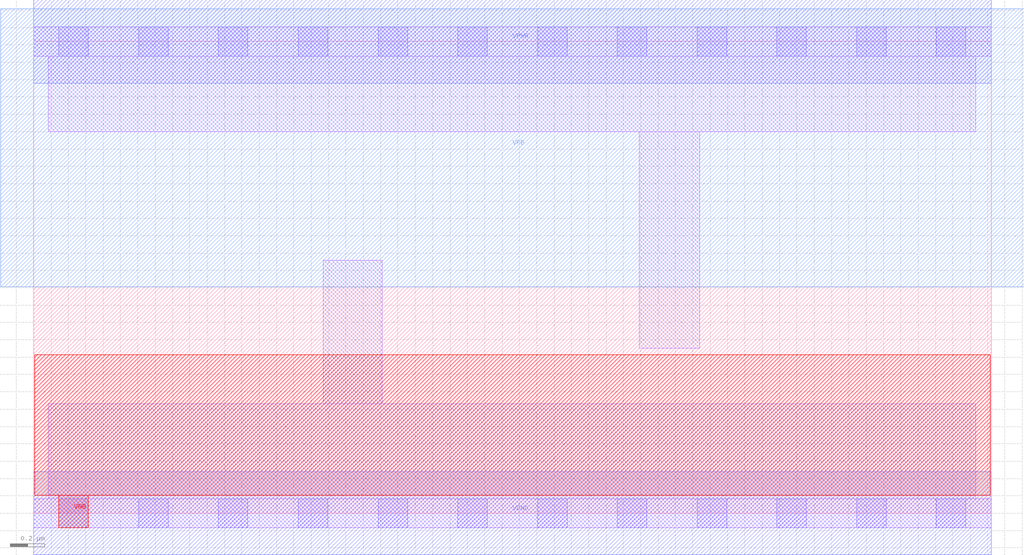
<source format=lef>
VERSION 5.7 ;
  NOWIREEXTENSIONATPIN ON ;
  DIVIDERCHAR "/" ;
  BUSBITCHARS "[]" ;
MACRO sky130_ef_sc_hd__decap_12
  CLASS BLOCK ;
  FOREIGN sky130_ef_sc_hd__decap_12 ;
  ORIGIN 0.000 0.000 ;
  SIZE 5.520 BY 2.720 ;
  PIN VGND
    USE GROUND ;
    PORT
      LAYER met1 ;
        RECT 0.000 -0.240 5.520 0.240 ;
    END
  END VGND
  PIN VPWR
    USE POWER ;
    PORT
      LAYER met1 ;
        RECT 0.000 2.480 5.520 2.960 ;
    END
  END VPWR
  PIN VPB
    DIRECTION INOUT ;
    USE POWER ;
    PORT
      LAYER nwell ;
        RECT -0.190 1.305 5.710 2.910 ;
    END
  END VPB
  PIN VNB
    DIRECTION INOUT ;
    USE GROUND ;
    PORT
      LAYER pwell ;
        RECT 0.005 0.105 5.515 0.915 ;
        RECT 0.145 -0.085 0.315 0.105 ;
    END
  END VNB
  OBS
      LAYER li1 ;
        RECT 0.000 2.635 5.520 2.805 ;
        RECT 0.085 2.200 5.430 2.635 ;
        RECT 1.670 0.630 2.010 1.460 ;
        RECT 3.490 0.950 3.840 2.200 ;
        RECT 0.085 0.085 5.430 0.630 ;
        RECT 0.000 -0.085 5.520 0.085 ;
      LAYER mcon ;
        RECT 0.145 2.635 0.315 2.805 ;
        RECT 0.605 2.635 0.775 2.805 ;
        RECT 1.065 2.635 1.235 2.805 ;
        RECT 1.525 2.635 1.695 2.805 ;
        RECT 1.985 2.635 2.155 2.805 ;
        RECT 2.445 2.635 2.615 2.805 ;
        RECT 2.905 2.635 3.075 2.805 ;
        RECT 3.365 2.635 3.535 2.805 ;
        RECT 3.825 2.635 3.995 2.805 ;
        RECT 4.285 2.635 4.455 2.805 ;
        RECT 4.745 2.635 4.915 2.805 ;
        RECT 5.205 2.635 5.375 2.805 ;
        RECT 0.145 -0.085 0.315 0.085 ;
        RECT 0.605 -0.085 0.775 0.085 ;
        RECT 1.065 -0.085 1.235 0.085 ;
        RECT 1.525 -0.085 1.695 0.085 ;
        RECT 1.985 -0.085 2.155 0.085 ;
        RECT 2.445 -0.085 2.615 0.085 ;
        RECT 2.905 -0.085 3.075 0.085 ;
        RECT 3.365 -0.085 3.535 0.085 ;
        RECT 3.825 -0.085 3.995 0.085 ;
        RECT 4.285 -0.085 4.455 0.085 ;
        RECT 4.745 -0.085 4.915 0.085 ;
        RECT 5.205 -0.085 5.375 0.085 ;
  END
END sky130_ef_sc_hd__decap_12

#--------EOF---------

MACRO sky130_ef_sc_hd__fakediode_2
  CLASS BLOCK ;
  FOREIGN sky130_ef_sc_hd__fakediode_2 ;
  ORIGIN 0.000 0.000 ;
  SIZE 0.920 BY 2.720 ;
  PIN DIODE
    PORT
      LAYER li1 ;
        RECT 0.085 0.255 0.835 2.465 ;
    END
  END DIODE
  PIN VGND
    USE GROUND ;
    PORT
      LAYER met1 ;
        RECT 0.000 -0.240 0.920 0.240 ;
    END
  END VGND
  PIN VPWR
    USE POWER ;
    PORT
      LAYER met1 ;
        RECT 0.000 2.480 0.920 2.960 ;
    END
  END VPWR
  PIN VPB
    DIRECTION INOUT ;
    USE POWER ;
    PORT
      LAYER nwell ;
        RECT -0.190 1.305 1.110 2.910 ;
    END
  END VPB
  PIN VNB
    DIRECTION INOUT ;
    USE GROUND ;
    PORT
      LAYER pwell ;
        RECT 0.025 0.065 0.915 1.015 ;
        RECT 0.145 -0.085 0.315 0.065 ;
    END
  END VNB
  OBS
      LAYER li1 ;
        RECT 0.000 2.635 0.920 2.805 ;
        RECT 0.000 -0.085 0.920 0.085 ;
      LAYER mcon ;
        RECT 0.145 2.635 0.315 2.805 ;
        RECT 0.605 2.635 0.775 2.805 ;
        RECT 0.145 -0.085 0.315 0.085 ;
        RECT 0.605 -0.085 0.775 0.085 ;
  END
END sky130_ef_sc_hd__fakediode_2

#--------EOF---------

MACRO sky130_ef_sc_hd__fill_4
  CLASS BLOCK ;
  FOREIGN sky130_ef_sc_hd__fill_4 ;
  ORIGIN 0.000 0.000 ;
  SIZE 1.840 BY 2.720 ;
  PIN VGND
    USE GROUND ;
    PORT
      LAYER met1 ;
        RECT 0.000 -0.240 1.840 0.240 ;
    END
  END VGND
  PIN VPWR
    USE POWER ;
    PORT
      LAYER met1 ;
        RECT 0.000 2.480 1.840 2.960 ;
    END
  END VPWR
  PIN VPB
    DIRECTION INOUT ;
    USE POWER ;
    PORT
      LAYER nwell ;
        RECT -0.190 1.305 2.030 2.910 ;
    END
  END VPB
  PIN VNB
    DIRECTION INOUT ;
    USE GROUND ;
    PORT
      LAYER pwell ;
        RECT 0.025 0.065 1.815 1.015 ;
        RECT 0.175 -0.060 0.285 0.065 ;
    END
  END VNB
  OBS
      LAYER li1 ;
        RECT 0.000 2.635 1.840 2.805 ;
        RECT 0.000 -0.085 1.840 0.085 ;
      LAYER mcon ;
        RECT 0.145 2.635 0.315 2.805 ;
        RECT 0.605 2.635 0.775 2.805 ;
        RECT 1.065 2.635 1.235 2.805 ;
        RECT 1.525 2.635 1.695 2.805 ;
        RECT 0.145 -0.085 0.315 0.085 ;
        RECT 0.605 -0.085 0.775 0.085 ;
        RECT 1.065 -0.085 1.235 0.085 ;
        RECT 1.525 -0.085 1.695 0.085 ;
  END
END sky130_ef_sc_hd__fill_4

#--------EOF---------

MACRO sky130_ef_sc_hd__fill_8
  CLASS BLOCK ;
  FOREIGN sky130_ef_sc_hd__fill_8 ;
  ORIGIN 0.000 0.000 ;
  SIZE 3.680 BY 2.720 ;
  PIN VGND
    USE GROUND ;
    PORT
      LAYER met1 ;
        RECT 0.000 -0.240 3.680 0.240 ;
    END
  END VGND
  PIN VPWR
    USE POWER ;
    PORT
      LAYER met1 ;
        RECT 0.000 2.480 3.680 2.960 ;
    END
  END VPWR
  PIN VPB
    DIRECTION INOUT ;
    USE POWER ;
    PORT
      LAYER nwell ;
        RECT -0.190 1.305 3.870 2.910 ;
    END
  END VPB
  PIN VNB
    DIRECTION INOUT ;
    USE GROUND ;
    PORT
      LAYER pwell ;
        RECT 0.025 0.065 3.655 1.015 ;
        RECT 0.130 -0.120 0.350 0.065 ;
    END
  END VNB
  OBS
      LAYER li1 ;
        RECT 0.000 2.635 3.680 2.805 ;
        RECT 0.000 -0.085 3.680 0.085 ;
      LAYER mcon ;
        RECT 0.145 2.635 0.315 2.805 ;
        RECT 0.605 2.635 0.775 2.805 ;
        RECT 1.065 2.635 1.235 2.805 ;
        RECT 1.525 2.635 1.695 2.805 ;
        RECT 1.985 2.635 2.155 2.805 ;
        RECT 2.445 2.635 2.615 2.805 ;
        RECT 2.905 2.635 3.075 2.805 ;
        RECT 3.365 2.635 3.535 2.805 ;
        RECT 0.145 -0.085 0.315 0.085 ;
        RECT 0.605 -0.085 0.775 0.085 ;
        RECT 1.065 -0.085 1.235 0.085 ;
        RECT 1.525 -0.085 1.695 0.085 ;
        RECT 1.985 -0.085 2.155 0.085 ;
        RECT 2.445 -0.085 2.615 0.085 ;
        RECT 2.905 -0.085 3.075 0.085 ;
        RECT 3.365 -0.085 3.535 0.085 ;
  END
END sky130_ef_sc_hd__fill_8

#--------EOF---------

MACRO sky130_ef_sc_hd__fill_12
  CLASS BLOCK ;
  FOREIGN sky130_ef_sc_hd__fill_12 ;
  ORIGIN 0.000 0.000 ;
  SIZE 5.520 BY 2.720 ;
  PIN VPWR
    USE POWER ;
    PORT
      LAYER met1 ;
        RECT 0.000 2.480 5.520 2.960 ;
    END
  END VPWR
  PIN VGND
    USE GROUND ;
    PORT
      LAYER met1 ;
        RECT 0.000 -0.240 5.520 0.240 ;
    END
  END VGND
  PIN VPB
    DIRECTION INOUT ;
    USE POWER ;
    PORT
      LAYER nwell ;
        RECT -0.190 1.305 2.950 2.910 ;
    END
  END VPB
  PIN VNB
    DIRECTION INOUT ;
    USE GROUND ;
    PORT
      LAYER pwell ;
        RECT 0.005 0.105 2.755 0.915 ;
        RECT 0.145 -0.085 0.315 0.105 ;
    END
  END VNB
  OBS
      LAYER li1 ;
        RECT 0.000 2.635 5.520 2.805 ;
        RECT 0.085 1.545 2.675 2.635 ;
        RECT 0.085 0.855 1.295 1.375 ;
        RECT 1.465 1.025 2.675 1.545 ;
        RECT 0.085 0.085 2.675 0.855 ;
        RECT 0.000 -0.085 5.520 0.085 ;
      LAYER mcon ;
        RECT 0.145 2.635 0.315 2.805 ;
        RECT 0.605 2.635 0.775 2.805 ;
        RECT 1.065 2.635 1.235 2.805 ;
        RECT 1.525 2.635 1.695 2.805 ;
        RECT 1.985 2.635 2.155 2.805 ;
        RECT 2.445 2.635 2.615 2.805 ;
        RECT 2.905 2.635 3.075 2.805 ;
        RECT 3.365 2.635 3.535 2.805 ;
        RECT 3.825 2.635 3.995 2.805 ;
        RECT 4.285 2.635 4.455 2.805 ;
        RECT 4.745 2.635 4.915 2.805 ;
        RECT 5.205 2.635 5.375 2.805 ;
        RECT 0.145 -0.085 0.315 0.085 ;
        RECT 0.605 -0.085 0.775 0.085 ;
        RECT 1.065 -0.085 1.235 0.085 ;
        RECT 1.525 -0.085 1.695 0.085 ;
        RECT 1.985 -0.085 2.155 0.085 ;
        RECT 2.445 -0.085 2.615 0.085 ;
        RECT 2.905 -0.085 3.075 0.085 ;
        RECT 3.365 -0.085 3.535 0.085 ;
        RECT 3.825 -0.085 3.995 0.085 ;
        RECT 4.285 -0.085 4.455 0.085 ;
        RECT 4.745 -0.085 4.915 0.085 ;
        RECT 5.205 -0.085 5.375 0.085 ;
  END
END sky130_ef_sc_hd__fill_12

#--------EOF---------


END LIBRARY

</source>
